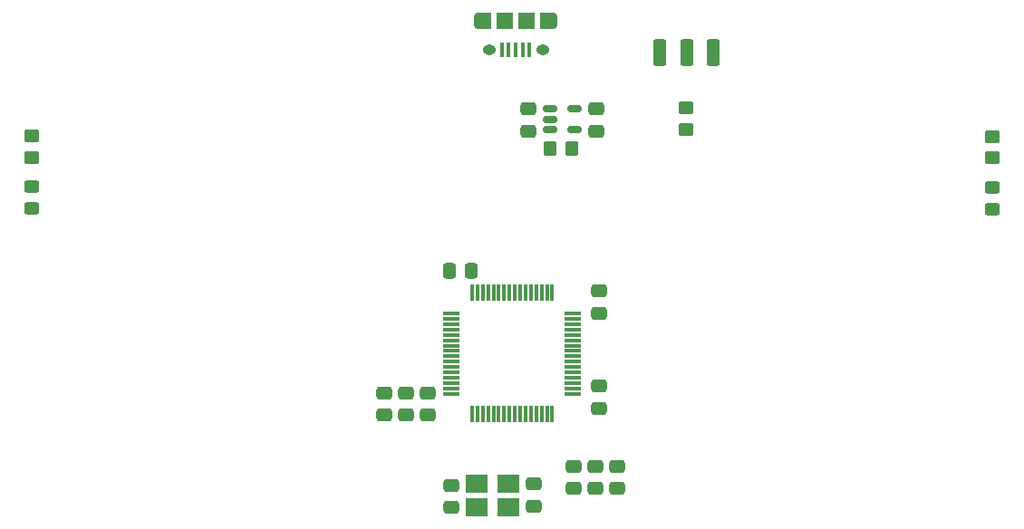
<source format=gbr>
%TF.GenerationSoftware,KiCad,Pcbnew,8.0.7*%
%TF.CreationDate,2025-01-22T16:07:48-05:00*%
%TF.ProjectId,companion,636f6d70-616e-4696-9f6e-2e6b69636164,rev?*%
%TF.SameCoordinates,Original*%
%TF.FileFunction,Paste,Top*%
%TF.FilePolarity,Positive*%
%FSLAX46Y46*%
G04 Gerber Fmt 4.6, Leading zero omitted, Abs format (unit mm)*
G04 Created by KiCad (PCBNEW 8.0.7) date 2025-01-22 16:07:48*
%MOMM*%
%LPD*%
G01*
G04 APERTURE LIST*
G04 Aperture macros list*
%AMRoundRect*
0 Rectangle with rounded corners*
0 $1 Rounding radius*
0 $2 $3 $4 $5 $6 $7 $8 $9 X,Y pos of 4 corners*
0 Add a 4 corners polygon primitive as box body*
4,1,4,$2,$3,$4,$5,$6,$7,$8,$9,$2,$3,0*
0 Add four circle primitives for the rounded corners*
1,1,$1+$1,$2,$3*
1,1,$1+$1,$4,$5*
1,1,$1+$1,$6,$7*
1,1,$1+$1,$8,$9*
0 Add four rect primitives between the rounded corners*
20,1,$1+$1,$2,$3,$4,$5,0*
20,1,$1+$1,$4,$5,$6,$7,0*
20,1,$1+$1,$6,$7,$8,$9,0*
20,1,$1+$1,$8,$9,$2,$3,0*%
G04 Aperture macros list end*
%ADD10RoundRect,0.250000X-0.475000X0.337500X-0.475000X-0.337500X0.475000X-0.337500X0.475000X0.337500X0*%
%ADD11RoundRect,0.075000X0.075000X-0.700000X0.075000X0.700000X-0.075000X0.700000X-0.075000X-0.700000X0*%
%ADD12RoundRect,0.075000X0.700000X-0.075000X0.700000X0.075000X-0.700000X0.075000X-0.700000X-0.075000X0*%
%ADD13RoundRect,0.250000X0.475000X-0.337500X0.475000X0.337500X-0.475000X0.337500X-0.475000X-0.337500X0*%
%ADD14RoundRect,0.250000X0.450000X-0.350000X0.450000X0.350000X-0.450000X0.350000X-0.450000X-0.350000X0*%
%ADD15R,2.100000X1.725000*%
%ADD16O,0.890000X1.550000*%
%ADD17O,1.250000X0.950000*%
%ADD18R,0.400000X1.350000*%
%ADD19R,1.200000X1.550000*%
%ADD20R,1.500000X1.550000*%
%ADD21RoundRect,0.250000X-0.337500X-0.475000X0.337500X-0.475000X0.337500X0.475000X-0.337500X0.475000X0*%
%ADD22RoundRect,0.250000X0.375000X1.000000X-0.375000X1.000000X-0.375000X-1.000000X0.375000X-1.000000X0*%
%ADD23RoundRect,0.250000X-0.450000X0.325000X-0.450000X-0.325000X0.450000X-0.325000X0.450000X0.325000X0*%
%ADD24RoundRect,0.250000X0.350000X0.450000X-0.350000X0.450000X-0.350000X-0.450000X0.350000X-0.450000X0*%
%ADD25RoundRect,0.150000X-0.512500X-0.150000X0.512500X-0.150000X0.512500X0.150000X-0.512500X0.150000X0*%
G04 APERTURE END LIST*
D10*
%TO.C,C11*%
X159258000Y-52070000D03*
X159258000Y-54145000D03*
%TD*%
D11*
%TO.C,U3*%
X147634000Y-80605000D03*
X148134000Y-80605000D03*
X148634000Y-80605000D03*
X149134000Y-80605000D03*
X149634000Y-80605000D03*
X150134000Y-80605000D03*
X150634000Y-80605000D03*
X151134000Y-80605000D03*
X151634000Y-80605000D03*
X152134000Y-80605000D03*
X152634000Y-80605000D03*
X153134000Y-80605000D03*
X153634000Y-80605000D03*
X154134000Y-80605000D03*
X154634000Y-80605000D03*
X155134000Y-80605000D03*
D12*
X157059000Y-78680000D03*
X157059000Y-78180000D03*
X157059000Y-77680000D03*
X157059000Y-77180000D03*
X157059000Y-76680000D03*
X157059000Y-76180000D03*
X157059000Y-75680000D03*
X157059000Y-75180000D03*
X157059000Y-74680000D03*
X157059000Y-74180000D03*
X157059000Y-73680000D03*
X157059000Y-73180000D03*
X157059000Y-72680000D03*
X157059000Y-72180000D03*
X157059000Y-71680000D03*
X157059000Y-71180000D03*
D11*
X155134000Y-69255000D03*
X154634000Y-69255000D03*
X154134000Y-69255000D03*
X153634000Y-69255000D03*
X153134000Y-69255000D03*
X152634000Y-69255000D03*
X152134000Y-69255000D03*
X151634000Y-69255000D03*
X151134000Y-69255000D03*
X150634000Y-69255000D03*
X150134000Y-69255000D03*
X149634000Y-69255000D03*
X149134000Y-69255000D03*
X148634000Y-69255000D03*
X148134000Y-69255000D03*
X147634000Y-69255000D03*
D12*
X145709000Y-71180000D03*
X145709000Y-71680000D03*
X145709000Y-72180000D03*
X145709000Y-72680000D03*
X145709000Y-73180000D03*
X145709000Y-73680000D03*
X145709000Y-74180000D03*
X145709000Y-74680000D03*
X145709000Y-75180000D03*
X145709000Y-75680000D03*
X145709000Y-76180000D03*
X145709000Y-76680000D03*
X145709000Y-77180000D03*
X145709000Y-77680000D03*
X145709000Y-78180000D03*
X145709000Y-78680000D03*
%TD*%
D10*
%TO.C,C1*%
X157099000Y-85449500D03*
X157099000Y-87524500D03*
%TD*%
D13*
%TO.C,C9*%
X139446000Y-80666500D03*
X139446000Y-78591500D03*
%TD*%
D10*
%TO.C,C3*%
X161163000Y-85449500D03*
X161163000Y-87524500D03*
%TD*%
D14*
%TO.C,R4*%
X196215000Y-56642000D03*
X196215000Y-54642000D03*
%TD*%
D10*
%TO.C,C10*%
X152908000Y-52048500D03*
X152908000Y-54123500D03*
%TD*%
D14*
%TO.C,R2*%
X167640000Y-53959000D03*
X167640000Y-51959000D03*
%TD*%
D13*
%TO.C,C12*%
X145658250Y-89302500D03*
X145658250Y-87227500D03*
%TD*%
D15*
%TO.C,Y1*%
X148092250Y-89281000D03*
X150992250Y-89281000D03*
X150992250Y-87106000D03*
X148092250Y-87106000D03*
%TD*%
D13*
%TO.C,C6*%
X143510000Y-80666500D03*
X143510000Y-78591500D03*
%TD*%
D16*
%TO.C,J1*%
X155209000Y-43815000D03*
D17*
X154209000Y-46515000D03*
X149209000Y-46515000D03*
D16*
X148209000Y-43815000D03*
D18*
X153009000Y-46515000D03*
X152359000Y-46515000D03*
X151709000Y-46515000D03*
X151059000Y-46515000D03*
X150409000Y-46515000D03*
D19*
X154609000Y-43815000D03*
D20*
X152709000Y-43815000D03*
X150709000Y-43815000D03*
D19*
X148809000Y-43815000D03*
%TD*%
D21*
%TO.C,C7*%
X145520500Y-67183000D03*
X147595500Y-67183000D03*
%TD*%
D10*
%TO.C,C5*%
X159512000Y-69066500D03*
X159512000Y-71141500D03*
%TD*%
D22*
%TO.C,SW1*%
X170167000Y-46819000D03*
X167667000Y-46819000D03*
X165167000Y-46819000D03*
%TD*%
D14*
%TO.C,R3*%
X106508000Y-56580000D03*
X106508000Y-54580000D03*
%TD*%
D23*
%TO.C,D2*%
X196215000Y-59362000D03*
X196215000Y-61412000D03*
%TD*%
D24*
%TO.C,R1*%
X156956000Y-55753000D03*
X154956000Y-55753000D03*
%TD*%
D13*
%TO.C,C8*%
X141478000Y-80666500D03*
X141478000Y-78591500D03*
%TD*%
D25*
%TO.C,U2*%
X154951000Y-52075000D03*
X154951000Y-53025000D03*
X154951000Y-53975000D03*
X157226000Y-53975000D03*
X157226000Y-52075000D03*
%TD*%
D10*
%TO.C,C2*%
X159131000Y-85449500D03*
X159131000Y-87524500D03*
%TD*%
D23*
%TO.C,D1*%
X106508000Y-59300000D03*
X106508000Y-61350000D03*
%TD*%
D10*
%TO.C,C13*%
X153405250Y-87100500D03*
X153405250Y-89175500D03*
%TD*%
%TO.C,C4*%
X159512000Y-77956500D03*
X159512000Y-80031500D03*
%TD*%
M02*

</source>
